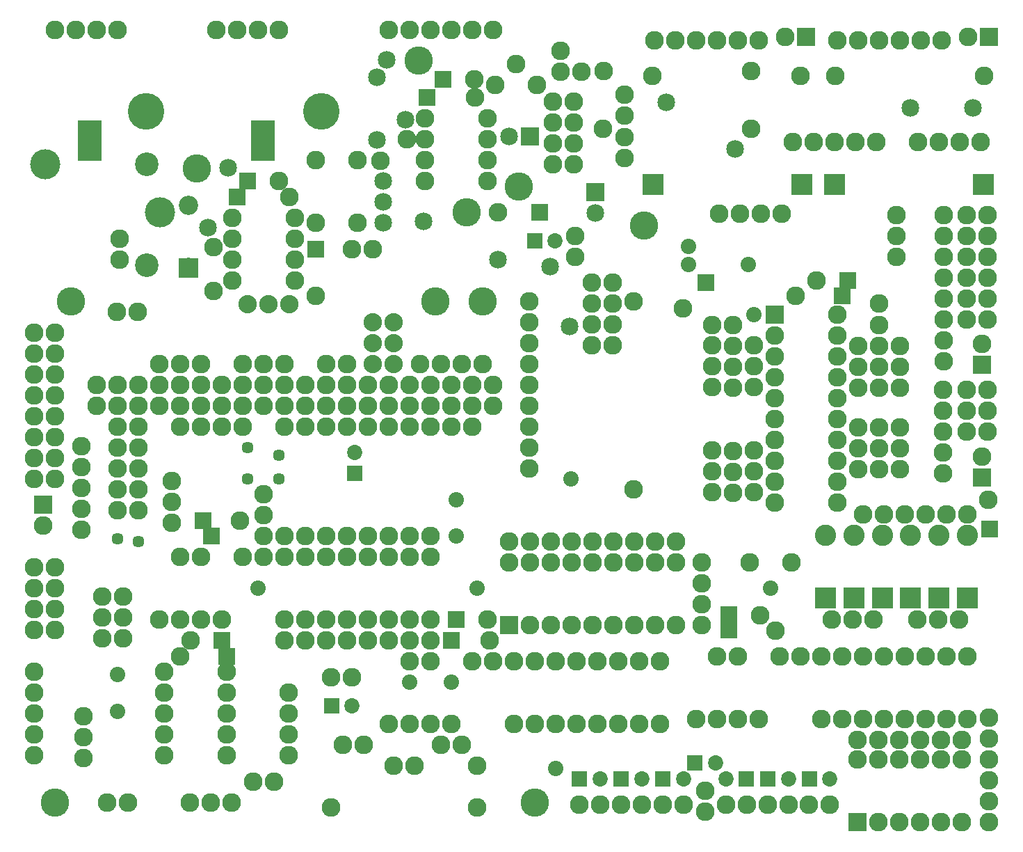
<source format=gts>
G04 MADE WITH FRITZING*
G04 WWW.FRITZING.ORG*
G04 DOUBLE SIDED*
G04 HOLES PLATED*
G04 CONTOUR ON CENTER OF CONTOUR VECTOR*
%ASAXBY*%
%FSLAX23Y23*%
%MOIN*%
%OFA0B0*%
%SFA1.0B1.0*%
%ADD10C,0.088000*%
%ADD11C,0.102000*%
%ADD12C,0.090157*%
%ADD13C,0.135984*%
%ADD14C,0.175354*%
%ADD15C,0.144646*%
%ADD16C,0.113150*%
%ADD17C,0.073622*%
%ADD18C,0.057244*%
%ADD19C,0.085000*%
%ADD20C,0.092000*%
%ADD21C,0.072992*%
%ADD22R,0.113704X0.193333*%
%ADD23R,0.080866X0.080866*%
%ADD24R,0.104488X0.104488*%
%ADD25R,0.102000X0.102000*%
%ADD26R,0.092000X0.092000*%
%ADD27R,0.090158X0.090158*%
%ADD28R,0.072992X0.072992*%
%ADD29R,0.085000X0.085000*%
%LNMASK1*%
G90*
G70*
G54D10*
X1108Y2552D03*
X1208Y2552D03*
X1308Y2552D03*
X1808Y2265D03*
X1808Y2365D03*
X1808Y2465D03*
X1808Y2265D03*
X1808Y2365D03*
X1808Y2465D03*
X1708Y2465D03*
X1708Y2365D03*
X1708Y2265D03*
G54D11*
X3878Y1143D03*
X3878Y1443D03*
X4014Y1143D03*
X4014Y1443D03*
X4150Y1143D03*
X4150Y1443D03*
X4286Y1143D03*
X4286Y1443D03*
X4422Y1143D03*
X4422Y1443D03*
X4558Y1143D03*
X4558Y1443D03*
G54D12*
X383Y2065D03*
X483Y2065D03*
X583Y2065D03*
X683Y2065D03*
X783Y2065D03*
X883Y2065D03*
X983Y2065D03*
X1083Y2065D03*
X1183Y2065D03*
X1283Y2065D03*
X1383Y2065D03*
X1483Y2065D03*
X1583Y2065D03*
X1683Y2065D03*
X1783Y2065D03*
X1883Y2065D03*
X1983Y2065D03*
X2083Y2065D03*
X2183Y2065D03*
X2283Y2065D03*
X383Y2065D03*
X483Y2065D03*
X583Y2065D03*
X683Y2065D03*
X783Y2065D03*
X883Y2065D03*
X983Y2065D03*
X1083Y2065D03*
X1183Y2065D03*
X1283Y2065D03*
X1383Y2065D03*
X1483Y2065D03*
X1583Y2065D03*
X1683Y2065D03*
X1783Y2065D03*
X1883Y2065D03*
X1983Y2065D03*
X2083Y2065D03*
X2183Y2065D03*
X2283Y2065D03*
X2283Y2165D03*
X2183Y2165D03*
X2083Y2165D03*
X1983Y2165D03*
X1883Y2165D03*
X1783Y2165D03*
X1683Y2165D03*
X1583Y2165D03*
X1483Y2165D03*
X1383Y2165D03*
X1283Y2165D03*
X1183Y2165D03*
X1083Y2165D03*
X983Y2165D03*
X883Y2165D03*
X783Y2165D03*
X683Y2165D03*
X583Y2165D03*
X483Y2165D03*
X383Y2165D03*
G54D13*
X865Y3202D03*
X260Y2565D03*
X2483Y165D03*
X183Y165D03*
X1929Y3718D03*
X2233Y2565D03*
X2408Y3115D03*
X2158Y2990D03*
X3008Y2929D03*
X2007Y2565D03*
G54D12*
X1483Y2265D03*
X1583Y2265D03*
X683Y2265D03*
X783Y2265D03*
X883Y2265D03*
X1083Y2265D03*
X1183Y2265D03*
X1283Y2265D03*
X783Y1965D03*
X883Y1965D03*
X983Y1965D03*
X1083Y1965D03*
X1283Y1965D03*
X1383Y1965D03*
X1483Y1965D03*
X1783Y1965D03*
X1883Y1965D03*
X1983Y1965D03*
X2083Y1965D03*
X2183Y1965D03*
X1933Y2265D03*
X2033Y2265D03*
X2133Y2265D03*
X2233Y2265D03*
G54D14*
X1461Y3476D03*
X620Y3476D03*
G54D15*
X688Y2991D03*
G54D16*
X624Y2739D03*
X624Y3222D03*
G54D15*
X138Y3222D03*
G54D17*
X2108Y1440D03*
X2108Y1615D03*
G54D12*
X4158Y865D03*
X3358Y865D03*
X4258Y565D03*
X4458Y565D03*
X4458Y865D03*
X3958Y865D03*
X4058Y865D03*
X3458Y565D03*
X3258Y565D03*
X3358Y565D03*
X3458Y865D03*
X4158Y565D03*
X4558Y565D03*
X3958Y565D03*
X4258Y865D03*
X3558Y565D03*
X4358Y565D03*
X3858Y865D03*
X4058Y565D03*
X3858Y565D03*
X3758Y865D03*
X4558Y865D03*
X3658Y865D03*
X4358Y865D03*
X1583Y1340D03*
X783Y1340D03*
X1683Y1040D03*
X1883Y1040D03*
X1883Y1340D03*
X1383Y1340D03*
X1483Y1340D03*
X883Y1040D03*
X683Y1040D03*
X783Y1040D03*
X883Y1340D03*
X1583Y1040D03*
X1983Y1040D03*
X1383Y1040D03*
X1683Y1340D03*
X983Y1040D03*
X1783Y1040D03*
X1283Y1340D03*
X1483Y1040D03*
X1283Y1040D03*
X1183Y1340D03*
X1983Y1340D03*
X1083Y1340D03*
X1783Y1340D03*
X3083Y540D03*
X2983Y540D03*
X2883Y540D03*
X2783Y540D03*
X2683Y540D03*
X2583Y540D03*
X1983Y540D03*
X2983Y840D03*
X2583Y840D03*
X2283Y840D03*
X1883Y540D03*
X2883Y840D03*
X2383Y540D03*
X3083Y840D03*
X2683Y840D03*
X2383Y840D03*
X1983Y840D03*
X1783Y540D03*
X2483Y540D03*
X2083Y540D03*
X2783Y840D03*
X2483Y840D03*
X2183Y840D03*
X1883Y840D03*
G54D17*
X2658Y1715D03*
X2083Y740D03*
X1883Y740D03*
G54D12*
X1908Y340D03*
X2208Y140D03*
X2208Y340D03*
X1808Y340D03*
X1508Y140D03*
G54D17*
X3614Y1190D03*
G54D12*
X833Y940D03*
X783Y865D03*
G54D17*
X2208Y1190D03*
X2583Y327D03*
X1158Y1190D03*
X483Y602D03*
X483Y777D03*
G54D18*
X1258Y1827D03*
X1108Y1865D03*
X1108Y1715D03*
X1258Y1715D03*
X583Y1415D03*
X483Y1427D03*
G54D17*
X3221Y2740D03*
X3221Y2827D03*
X3508Y2740D03*
X3536Y2501D03*
G54D12*
X3194Y2530D03*
X496Y2765D03*
X4659Y1616D03*
X496Y2865D03*
X3833Y2665D03*
X3733Y2590D03*
X1433Y2590D03*
X3637Y987D03*
X2269Y940D03*
X1183Y1440D03*
X1308Y3065D03*
X3564Y1062D03*
X2258Y1040D03*
X1071Y1515D03*
X4662Y572D03*
X4662Y472D03*
X4662Y372D03*
X4662Y272D03*
X4662Y172D03*
X4662Y72D03*
X4108Y1040D03*
X4008Y1040D03*
X3908Y1040D03*
X4519Y1040D03*
X4419Y1040D03*
X4319Y1040D03*
X4558Y1543D03*
X4458Y1543D03*
X4358Y1543D03*
X4258Y1543D03*
X4158Y1543D03*
X4058Y1543D03*
X4531Y466D03*
X4431Y466D03*
X4331Y466D03*
X4231Y466D03*
X4131Y466D03*
X4031Y466D03*
X1258Y3140D03*
X1333Y2665D03*
X1033Y2665D03*
X1333Y2965D03*
X1333Y2765D03*
X1333Y2865D03*
X1033Y2765D03*
X1033Y2965D03*
X1033Y2865D03*
X1433Y3240D03*
X1433Y2940D03*
X1633Y3240D03*
X1633Y2940D03*
X944Y2615D03*
X944Y2826D03*
X1744Y3237D03*
X1872Y3340D03*
X2308Y2990D03*
X2194Y3629D03*
X2197Y3540D03*
X2258Y3440D03*
X2258Y3140D03*
X1958Y3340D03*
X2258Y3340D03*
X2258Y3240D03*
X1958Y3140D03*
X1958Y3440D03*
X1958Y3240D03*
X2394Y3701D03*
X2494Y3601D03*
X2294Y3601D03*
G54D19*
X919Y2919D03*
X1015Y3203D03*
X1951Y2947D03*
X2307Y2766D03*
X1728Y3339D03*
X1728Y3639D03*
X4283Y3490D03*
X4583Y3490D03*
X2652Y2444D03*
X2559Y2730D03*
X1866Y3436D03*
X1773Y3721D03*
G54D20*
X823Y2727D03*
X823Y3025D03*
G54D12*
X1708Y2815D03*
X1608Y2815D03*
X2608Y3765D03*
X2913Y3250D03*
X2913Y3350D03*
X2914Y3455D03*
X2914Y3555D03*
X2708Y3665D03*
X2608Y3665D03*
X1183Y1540D03*
X1183Y1640D03*
X2133Y440D03*
X2033Y440D03*
X1663Y440D03*
X1563Y440D03*
X1233Y265D03*
X1133Y265D03*
X2958Y2565D03*
X2958Y1665D03*
X2678Y2879D03*
X2678Y2779D03*
X3400Y154D03*
X3500Y154D03*
X3798Y154D03*
X3898Y154D03*
X3600Y154D03*
X3700Y154D03*
X3300Y120D03*
X3300Y220D03*
X1508Y765D03*
X1608Y765D03*
X3097Y154D03*
X3197Y154D03*
X2897Y154D03*
X2997Y154D03*
X2697Y154D03*
X2797Y154D03*
X1583Y1965D03*
X1683Y1965D03*
X3058Y3815D03*
X3158Y3815D03*
X3258Y3815D03*
X3358Y3815D03*
X3458Y3815D03*
X3558Y3815D03*
X3933Y3815D03*
X4033Y3815D03*
X4133Y3815D03*
X4233Y3815D03*
X4333Y3815D03*
X4433Y3815D03*
X2811Y3390D03*
X3522Y3390D03*
X3522Y3668D03*
X4637Y3643D03*
X3758Y3643D03*
X2813Y3668D03*
X3926Y3643D03*
X3047Y3643D03*
X3785Y3832D03*
X3685Y3832D03*
X4660Y3831D03*
X4560Y3831D03*
X4629Y2261D03*
X4629Y2361D03*
X4629Y1722D03*
X4629Y1822D03*
X128Y1591D03*
X128Y1491D03*
X410Y1152D03*
X410Y1052D03*
X410Y952D03*
X410Y1152D03*
X410Y1052D03*
X410Y952D03*
X510Y952D03*
X510Y1052D03*
X510Y1152D03*
X483Y1965D03*
X483Y1865D03*
X483Y1765D03*
X483Y1665D03*
X483Y1565D03*
X483Y1965D03*
X483Y1865D03*
X483Y1765D03*
X483Y1665D03*
X483Y1565D03*
X583Y1565D03*
X583Y1665D03*
X583Y1765D03*
X583Y1865D03*
X583Y1965D03*
X83Y2415D03*
X83Y2315D03*
X83Y2215D03*
X83Y2115D03*
X83Y2015D03*
X83Y1915D03*
X83Y1815D03*
X83Y1715D03*
X83Y2415D03*
X83Y2315D03*
X83Y2215D03*
X83Y2115D03*
X83Y2015D03*
X83Y1915D03*
X83Y1815D03*
X83Y1715D03*
X183Y1715D03*
X183Y1815D03*
X183Y1915D03*
X183Y2015D03*
X183Y2115D03*
X183Y2215D03*
X183Y2315D03*
X183Y2415D03*
X2458Y2565D03*
X2458Y2465D03*
X2458Y2365D03*
X2458Y2265D03*
X2458Y2165D03*
X2458Y2065D03*
X2458Y1965D03*
X2458Y1865D03*
X2458Y1765D03*
X1983Y1440D03*
X1883Y1440D03*
X1783Y1440D03*
X1683Y1440D03*
X1583Y1440D03*
X1483Y1440D03*
X1383Y1440D03*
X1283Y1440D03*
X1983Y940D03*
X1883Y940D03*
X1783Y940D03*
X1683Y940D03*
X1583Y940D03*
X1483Y940D03*
X1383Y940D03*
X1283Y940D03*
X83Y390D03*
X83Y490D03*
X83Y590D03*
X83Y690D03*
X83Y790D03*
X4121Y3327D03*
X4021Y3327D03*
X3921Y3327D03*
X3821Y3327D03*
X3721Y3327D03*
X183Y990D03*
X183Y1090D03*
X183Y1190D03*
X183Y1290D03*
X83Y990D03*
X83Y1090D03*
X83Y1190D03*
X83Y1290D03*
X4621Y3327D03*
X4521Y3327D03*
X4421Y3327D03*
X4321Y3327D03*
X1306Y690D03*
X1306Y590D03*
X1306Y490D03*
X1306Y390D03*
X1008Y790D03*
X1008Y690D03*
X1008Y590D03*
X1008Y490D03*
X1008Y390D03*
X708Y790D03*
X708Y690D03*
X708Y590D03*
X708Y490D03*
X708Y390D03*
G54D19*
X3446Y3293D03*
X3114Y3517D03*
G54D12*
X4136Y2554D03*
X3636Y2501D03*
X3936Y2501D03*
X3636Y2401D03*
X3936Y2401D03*
X3636Y2301D03*
X3936Y2301D03*
X3636Y2201D03*
X3936Y2201D03*
X3636Y2101D03*
X3936Y2101D03*
X3636Y2001D03*
X3936Y2001D03*
X3636Y1901D03*
X3936Y1901D03*
X3636Y1801D03*
X3936Y1801D03*
X3636Y1701D03*
X3936Y1701D03*
X3636Y1601D03*
X3936Y1601D03*
X3536Y2154D03*
X3536Y2254D03*
X3536Y2354D03*
X3536Y1651D03*
X3536Y1751D03*
X3536Y1851D03*
X4036Y1762D03*
X4036Y1862D03*
X4036Y1962D03*
X4036Y2151D03*
X4036Y2251D03*
X4036Y2351D03*
X3436Y2451D03*
X3436Y2351D03*
X3436Y2251D03*
X3436Y2151D03*
X4136Y2451D03*
X4136Y2351D03*
X4136Y2251D03*
X4136Y2151D03*
X3336Y1651D03*
X3336Y1751D03*
X3336Y1851D03*
X3436Y1648D03*
X3436Y1748D03*
X3436Y1848D03*
X3336Y2154D03*
X3336Y2254D03*
X3336Y2354D03*
X4136Y1762D03*
X4136Y1862D03*
X4136Y1962D03*
X2858Y2356D03*
X2858Y2456D03*
X2858Y2556D03*
X2858Y2656D03*
X483Y3865D03*
X383Y3865D03*
X283Y3865D03*
X183Y3865D03*
X2758Y2356D03*
X2758Y2456D03*
X2758Y2556D03*
X2758Y2656D03*
X1258Y3865D03*
X1158Y3865D03*
X1058Y3865D03*
X958Y3865D03*
X2283Y3865D03*
X2183Y3865D03*
X2083Y3865D03*
X1983Y3865D03*
X1883Y3865D03*
X1783Y3865D03*
X2572Y3220D03*
X2572Y3320D03*
X2572Y3420D03*
X2572Y3520D03*
X2672Y3220D03*
X2672Y3320D03*
X2672Y3420D03*
X2672Y3520D03*
X4236Y1762D03*
X4236Y1862D03*
X4236Y1962D03*
X4236Y2151D03*
X4236Y2251D03*
X4236Y2351D03*
X3336Y2451D03*
X533Y165D03*
X433Y165D03*
X3283Y1315D03*
X3283Y1215D03*
X3283Y1115D03*
X3283Y1015D03*
X311Y1872D03*
X311Y1772D03*
X311Y1672D03*
X311Y1572D03*
X311Y1472D03*
X4556Y2979D03*
X4556Y2879D03*
X4556Y2779D03*
X4556Y2679D03*
X4556Y2579D03*
X4556Y2479D03*
X4656Y2979D03*
X4656Y2879D03*
X4656Y2779D03*
X4656Y2679D03*
X4656Y2579D03*
X4656Y2479D03*
X4443Y2979D03*
X4443Y2879D03*
X4443Y2779D03*
X4443Y2679D03*
X4443Y2579D03*
X4443Y2479D03*
X4443Y2379D03*
X4443Y2279D03*
X321Y577D03*
X321Y477D03*
X321Y377D03*
X746Y1704D03*
X746Y1604D03*
X746Y1504D03*
X4442Y2140D03*
X4442Y2040D03*
X4442Y1940D03*
X4442Y1840D03*
X4442Y1740D03*
X4556Y2140D03*
X4556Y2040D03*
X4556Y1940D03*
X4656Y2140D03*
X4656Y2040D03*
X4656Y1940D03*
X1031Y165D03*
X931Y165D03*
X831Y165D03*
X4031Y70D03*
X4031Y370D03*
X4131Y70D03*
X4131Y370D03*
X4231Y70D03*
X4231Y370D03*
X4331Y70D03*
X4331Y370D03*
X4431Y70D03*
X4431Y370D03*
X4531Y70D03*
X4531Y370D03*
X2361Y1015D03*
X2361Y1315D03*
X2461Y1015D03*
X2461Y1315D03*
X2561Y1015D03*
X2561Y1315D03*
X2661Y1015D03*
X2661Y1315D03*
X2761Y1015D03*
X2761Y1315D03*
X2861Y1015D03*
X2861Y1315D03*
X2961Y1015D03*
X2961Y1315D03*
X3061Y1015D03*
X3061Y1315D03*
X3161Y1015D03*
X3161Y1315D03*
X2361Y1415D03*
X2461Y1415D03*
X2561Y1415D03*
X2661Y1415D03*
X2761Y1415D03*
X2861Y1415D03*
X2961Y1415D03*
X3061Y1415D03*
X3161Y1415D03*
X3514Y1315D03*
X3713Y1314D03*
X4217Y2977D03*
X4217Y2877D03*
X4217Y2777D03*
X3669Y2983D03*
X3569Y2983D03*
X3469Y2983D03*
X3369Y2983D03*
X481Y2515D03*
X581Y2515D03*
G54D21*
X2484Y2855D03*
X2582Y2855D03*
X3498Y279D03*
X3400Y279D03*
X3800Y279D03*
X3898Y279D03*
X3602Y279D03*
X3700Y279D03*
X3252Y356D03*
X3350Y356D03*
X1510Y627D03*
X1608Y627D03*
X3099Y279D03*
X3197Y279D03*
X2899Y279D03*
X2997Y279D03*
X2699Y279D03*
X2797Y279D03*
X1621Y1741D03*
X1621Y1840D03*
G54D19*
X2774Y3088D03*
X2774Y2988D03*
X2461Y3354D03*
X2361Y3354D03*
X1758Y2940D03*
X1758Y3040D03*
X1758Y3140D03*
G54D22*
X352Y3335D03*
X1181Y3334D03*
G54D23*
X3958Y2590D03*
X3305Y2656D03*
X4664Y1474D03*
X3983Y2665D03*
X2508Y2990D03*
X2044Y3629D03*
X1969Y3540D03*
X1058Y3065D03*
X1108Y3140D03*
X1433Y2815D03*
X983Y940D03*
X933Y1440D03*
X896Y1515D03*
X2083Y940D03*
X2108Y1040D03*
X1008Y865D03*
X3414Y990D03*
G54D24*
X4633Y3126D03*
X3922Y3123D03*
X3764Y3123D03*
X3050Y3126D03*
G54D23*
X3414Y1065D03*
G54D25*
X3878Y1143D03*
X4014Y1143D03*
X4150Y1143D03*
X4286Y1143D03*
X4422Y1143D03*
X4558Y1143D03*
G54D26*
X823Y2726D03*
G54D27*
X3785Y3832D03*
X4660Y3831D03*
X4629Y2261D03*
X4629Y1722D03*
X128Y1591D03*
X3636Y2501D03*
X4031Y70D03*
X2361Y1015D03*
G54D28*
X2484Y2855D03*
X3498Y279D03*
X3800Y279D03*
X3602Y279D03*
X3252Y356D03*
X1510Y627D03*
X3099Y279D03*
X2899Y279D03*
X2699Y279D03*
X1621Y1741D03*
G54D29*
X2774Y3088D03*
X2461Y3354D03*
G04 End of Mask1*
M02*
</source>
